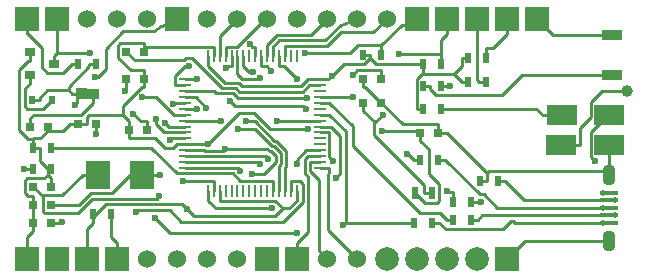
<source format=gbr>
G04 #@! TF.FileFunction,Copper,L1,Top,Signal*
%FSLAX46Y46*%
G04 Gerber Fmt 4.6, Leading zero omitted, Abs format (unit mm)*
G04 Created by KiCad (PCBNEW 4.0.6) date 07/20/17 20:23:09*
%MOMM*%
%LPD*%
G01*
G04 APERTURE LIST*
%ADD10C,0.100000*%
%ADD11R,2.000000X2.000000*%
%ADD12R,0.800000X0.750000*%
%ADD13R,0.600000X0.800000*%
%ADD14R,1.998980X1.998980*%
%ADD15R,2.000000X1.998980*%
%ADD16C,1.998980*%
%ADD17C,1.524000*%
%ADD18R,0.500000X0.900000*%
%ADD19R,1.000000X0.250000*%
%ADD20R,0.250000X1.000000*%
%ADD21R,0.900000X0.800000*%
%ADD22R,1.700000X0.900000*%
%ADD23R,2.500000X1.700000*%
%ADD24R,1.000000X0.900000*%
%ADD25C,1.000000*%
%ADD26R,2.000000X2.400000*%
%ADD27R,0.600000X1.100000*%
%ADD28R,1.500000X0.450000*%
%ADD29O,1.100000X1.800000*%
%ADD30C,0.500000*%
%ADD31C,0.600000*%
%ADD32C,0.250000*%
G04 APERTURE END LIST*
D10*
D11*
X194310000Y-73660000D03*
X151130000Y-93980000D03*
D12*
X184416000Y-83312000D03*
X185916000Y-83312000D03*
X179590000Y-80772000D03*
X181090000Y-80772000D03*
X151650000Y-89408000D03*
X153150000Y-89408000D03*
X151650000Y-87884000D03*
X153150000Y-87884000D03*
X159524000Y-78740000D03*
X161024000Y-78740000D03*
X159524000Y-76454000D03*
X161024000Y-76454000D03*
X155460000Y-82550000D03*
X156960000Y-82550000D03*
X179590000Y-78740000D03*
X181090000Y-78740000D03*
X159778000Y-83058000D03*
X161278000Y-83058000D03*
D13*
X151550000Y-80518000D03*
X153250000Y-80518000D03*
D11*
X158750000Y-93980000D03*
X191770000Y-93980000D03*
X163830000Y-73660000D03*
D14*
X156210000Y-93980000D03*
D15*
X153670000Y-93980000D03*
D11*
X189230000Y-73660000D03*
X191770000Y-73660000D03*
X184150000Y-73660000D03*
X186690000Y-73660000D03*
D16*
X189230000Y-93980000D03*
X186690000Y-93980000D03*
X184150000Y-93980000D03*
X181610000Y-93980000D03*
D17*
X176530000Y-93980000D03*
D11*
X173990000Y-93980000D03*
X171450000Y-93980000D03*
D18*
X158230000Y-90170000D03*
X156730000Y-90170000D03*
X184670000Y-81280000D03*
X186170000Y-81280000D03*
X151650000Y-86360000D03*
X153150000Y-86360000D03*
X190996000Y-87376000D03*
X189496000Y-87376000D03*
X184416000Y-85598000D03*
X185916000Y-85598000D03*
X187210000Y-90678000D03*
X188710000Y-90678000D03*
X151650000Y-84582000D03*
X153150000Y-84582000D03*
X184670000Y-79375000D03*
X186170000Y-79375000D03*
X188480000Y-78994000D03*
X189980000Y-78994000D03*
X188480000Y-76962000D03*
X189980000Y-76962000D03*
X179590000Y-76708000D03*
X181090000Y-76708000D03*
X184670000Y-77470000D03*
X186170000Y-77470000D03*
D19*
X164480000Y-78800000D03*
X164480000Y-79300000D03*
X164480000Y-79800000D03*
X164480000Y-80300000D03*
X164480000Y-80800000D03*
X164480000Y-81300000D03*
X164480000Y-81800000D03*
X164480000Y-82300000D03*
X164480000Y-82800000D03*
X164480000Y-83300000D03*
X164480000Y-83800000D03*
X164480000Y-84300000D03*
X164480000Y-84800000D03*
X164480000Y-85300000D03*
X164480000Y-85800000D03*
X164480000Y-86300000D03*
D20*
X166430000Y-88250000D03*
X166930000Y-88250000D03*
X167430000Y-88250000D03*
X167930000Y-88250000D03*
X168430000Y-88250000D03*
X168930000Y-88250000D03*
X169430000Y-88250000D03*
X169930000Y-88250000D03*
X170430000Y-88250000D03*
X170930000Y-88250000D03*
X171430000Y-88250000D03*
X171930000Y-88250000D03*
X172430000Y-88250000D03*
X172930000Y-88250000D03*
X173430000Y-88250000D03*
X173930000Y-88250000D03*
D19*
X175880000Y-86300000D03*
X175880000Y-85800000D03*
X175880000Y-85300000D03*
X175880000Y-84800000D03*
X175880000Y-84300000D03*
X175880000Y-83800000D03*
X175880000Y-83300000D03*
X175880000Y-82800000D03*
X175880000Y-82300000D03*
X175880000Y-81800000D03*
X175880000Y-81300000D03*
X175880000Y-80800000D03*
X175880000Y-80300000D03*
X175880000Y-79800000D03*
X175880000Y-79300000D03*
X175880000Y-78800000D03*
D20*
X173930000Y-76850000D03*
X173430000Y-76850000D03*
X172930000Y-76850000D03*
X172430000Y-76850000D03*
X171930000Y-76850000D03*
X171430000Y-76850000D03*
X170930000Y-76850000D03*
X170430000Y-76850000D03*
X169930000Y-76850000D03*
X169430000Y-76850000D03*
X168930000Y-76850000D03*
X168430000Y-76850000D03*
X167930000Y-76850000D03*
X167430000Y-76850000D03*
X166930000Y-76850000D03*
X166430000Y-76850000D03*
D21*
X151400000Y-76520000D03*
X151400000Y-78420000D03*
X153400000Y-77470000D03*
D17*
X163830000Y-93980000D03*
X176530000Y-73660000D03*
X161290000Y-93980000D03*
X179070000Y-73660000D03*
X168910000Y-93980000D03*
X181610000Y-73660000D03*
X166370000Y-93980000D03*
X173990000Y-73660000D03*
X168910000Y-73660000D03*
X179070000Y-93980000D03*
X161290000Y-73660000D03*
X166370000Y-73660000D03*
X171450000Y-73660000D03*
X156210000Y-73660000D03*
X158750000Y-73660000D03*
D22*
X200660000Y-78408000D03*
X200660000Y-75008000D03*
D23*
X200406000Y-84328000D03*
X200406000Y-81788000D03*
X196342000Y-84328000D03*
X196374000Y-81858000D03*
D10*
G36*
X155252000Y-80460000D02*
X155252000Y-79560000D01*
X156152000Y-79560000D01*
X156152000Y-80460000D01*
X155252000Y-80460000D01*
X155252000Y-80460000D01*
G37*
D24*
X156718000Y-80010000D03*
D12*
X153150000Y-90932000D03*
X151650000Y-90932000D03*
X151396000Y-82804000D03*
X152896000Y-82804000D03*
D25*
X201930000Y-79756000D03*
D18*
X188710000Y-89154000D03*
X187210000Y-89154000D03*
D26*
X157154000Y-86868000D03*
X160854000Y-86868000D03*
D27*
X183958000Y-88392000D03*
X185358000Y-88392000D03*
D11*
X153670000Y-73660000D03*
D18*
X183908000Y-90932000D03*
X185408000Y-90932000D03*
D28*
X200406000Y-89662000D03*
X200406000Y-89027000D03*
X200406000Y-90297000D03*
X200406000Y-88392000D03*
X200406000Y-90932000D03*
D29*
X200406000Y-92456000D03*
X200406000Y-86868000D03*
D30*
X200914000Y-90297000D03*
X200914000Y-89027000D03*
X199898000Y-88392000D03*
X199898000Y-89662000D03*
X199898000Y-90932000D03*
D14*
X151130000Y-73660000D03*
D18*
X155460000Y-77470000D03*
X156960000Y-77470000D03*
D31*
X181145500Y-83207700D03*
X174777600Y-80410400D03*
X164330400Y-87424700D03*
X166458100Y-84247500D03*
X174857500Y-82968400D03*
X166298200Y-81201300D03*
X181232900Y-81787500D03*
X162361000Y-86868000D03*
X163478600Y-80872600D03*
X162317200Y-88714800D03*
X165497600Y-81300000D03*
X160309600Y-90006500D03*
X159443900Y-79762600D03*
X156960000Y-83439700D03*
X170198200Y-86794900D03*
X178683500Y-78395000D03*
X167880500Y-84670100D03*
X156455700Y-76561200D03*
X160111100Y-81715900D03*
X177862300Y-91170300D03*
X173956300Y-91801500D03*
X161962000Y-90517900D03*
X164651500Y-89770300D03*
X176894500Y-78513400D03*
X155171400Y-80985600D03*
X177023800Y-85732400D03*
X177245200Y-87117400D03*
X150879300Y-86360000D03*
X167972000Y-77876700D03*
X167519100Y-82300000D03*
X164855000Y-77663000D03*
X173954800Y-78738900D03*
X162832400Y-82507900D03*
X162045300Y-82146200D03*
X163200700Y-83902500D03*
X170217000Y-78146600D03*
X170876200Y-78728200D03*
X168941700Y-83026000D03*
X174612400Y-76587600D03*
X169619300Y-82325900D03*
X182588400Y-76694700D03*
X171539400Y-85523000D03*
X170848200Y-85963800D03*
X169161300Y-86522100D03*
X171856400Y-89729200D03*
X172308300Y-82300000D03*
X173940500Y-85935600D03*
X169968700Y-75831200D03*
X168316500Y-80618200D03*
X174768100Y-81307600D03*
X186666800Y-88279900D03*
X178669500Y-80300000D03*
X183246100Y-85121100D03*
X171803500Y-78081400D03*
X186936900Y-79375000D03*
X156834900Y-78566100D03*
X154076400Y-90866200D03*
X165524900Y-78800000D03*
X199163100Y-85698000D03*
X189562800Y-89169600D03*
X160864000Y-80338000D03*
D32*
X184833400Y-89267400D02*
X183958000Y-88392000D01*
X185817600Y-89267400D02*
X184833400Y-89267400D01*
X185983400Y-89101600D02*
X185817600Y-89267400D01*
X185983400Y-87699300D02*
X185983400Y-89101600D01*
X185116300Y-86832200D02*
X185983400Y-87699300D01*
X185116300Y-84712600D02*
X185116300Y-86832200D01*
X184416000Y-84012300D02*
X185116300Y-84712600D01*
X184416000Y-83312000D02*
X184416000Y-83348700D01*
X184416000Y-83348700D02*
X184416000Y-84012300D01*
X184275000Y-83207700D02*
X181145500Y-83207700D01*
X184416000Y-83348700D02*
X184275000Y-83207700D01*
X166914700Y-79800000D02*
X164480000Y-79800000D01*
X167107600Y-79992900D02*
X166914700Y-79800000D01*
X168575600Y-79992900D02*
X167107600Y-79992900D01*
X168993100Y-80410400D02*
X168575600Y-79992900D01*
X174777600Y-80410400D02*
X168993100Y-80410400D01*
X200406000Y-92456000D02*
X193294000Y-92456000D01*
X193294000Y-92456000D02*
X191770000Y-93980000D01*
X200660000Y-75008000D02*
X195658000Y-75008000D01*
X195658000Y-75008000D02*
X194310000Y-73660000D01*
X166458100Y-84247500D02*
X169056800Y-81648800D01*
X169056800Y-81648800D02*
X170367200Y-81648800D01*
X170367200Y-81648800D02*
X171686800Y-82968400D01*
X171686800Y-82968400D02*
X174857500Y-82968400D01*
X199898000Y-88392000D02*
X200406000Y-88392000D01*
X152896000Y-82804000D02*
X152896000Y-83154100D01*
X155460000Y-82550000D02*
X154734700Y-82550000D01*
X155460000Y-82550000D02*
X156185300Y-82550000D01*
X153150000Y-86360000D02*
X152862400Y-86360000D01*
X153150000Y-87884000D02*
X153150000Y-87183700D01*
X152862400Y-86360000D02*
X152862400Y-86896100D01*
X152862400Y-86896100D02*
X153150000Y-87183700D01*
X166930000Y-88250000D02*
X166930000Y-87424700D01*
X159778000Y-83058000D02*
X159778000Y-82357700D01*
X151130000Y-92152300D02*
X151130000Y-93980000D01*
X151650000Y-91632300D02*
X151130000Y-92152300D01*
X151650000Y-90932000D02*
X151650000Y-91632300D01*
X151212300Y-88707700D02*
X151650000Y-88707700D01*
X150924700Y-88420100D02*
X151212300Y-88707700D01*
X150924700Y-87374200D02*
X150924700Y-88420100D01*
X151115300Y-87183600D02*
X150924700Y-87374200D01*
X152574900Y-87183600D02*
X151115300Y-87183600D01*
X152862400Y-86896100D02*
X152574900Y-87183600D01*
X151650000Y-89408000D02*
X151650000Y-90932000D01*
X154130600Y-83154100D02*
X152896000Y-83154100D01*
X154734700Y-82550000D02*
X154130600Y-83154100D01*
X152243400Y-83806700D02*
X151650000Y-83806700D01*
X152896000Y-83154100D02*
X152243400Y-83806700D01*
X151170000Y-83843800D02*
X151650000Y-83843800D01*
X150449400Y-83123200D02*
X151170000Y-83843800D01*
X150449400Y-78014600D02*
X150449400Y-83123200D01*
X151218700Y-77245300D02*
X150449400Y-78014600D01*
X151400000Y-77245300D02*
X151218700Y-77245300D01*
X151650000Y-83843800D02*
X151650000Y-83806700D01*
X151400000Y-76520000D02*
X151400000Y-77245300D01*
X151650000Y-84212900D02*
X151650000Y-83843800D01*
X151650000Y-84212900D02*
X151650000Y-84582000D01*
X152225300Y-85722900D02*
X152862400Y-86360000D01*
X152225300Y-84582000D02*
X152225300Y-85722900D01*
X151650000Y-84582000D02*
X152225300Y-84582000D01*
X151650000Y-89408000D02*
X151650000Y-88707700D01*
X156328700Y-81849600D02*
X159269900Y-81849600D01*
X156185300Y-81993000D02*
X156328700Y-81849600D01*
X156185300Y-82550000D02*
X156185300Y-81993000D01*
X159269900Y-81849600D02*
X159778000Y-82357700D01*
X161954800Y-83758300D02*
X159778000Y-83758300D01*
X162796300Y-84599800D02*
X161954800Y-83758300D01*
X163500600Y-84599800D02*
X162796300Y-84599800D01*
X163800400Y-84300000D02*
X163500600Y-84599800D01*
X164480000Y-84300000D02*
X163800400Y-84300000D01*
X159778000Y-83058000D02*
X159778000Y-83758300D01*
X166405600Y-84300000D02*
X164480000Y-84300000D01*
X166458100Y-84247500D02*
X166405600Y-84300000D01*
X166930000Y-87424700D02*
X164330400Y-87424700D01*
X159874600Y-78039700D02*
X161024000Y-78039700D01*
X158798700Y-76963800D02*
X159874600Y-78039700D01*
X158798700Y-75944200D02*
X158798700Y-76963800D01*
X158989200Y-75753700D02*
X158798700Y-75944200D01*
X161024000Y-75753700D02*
X158989200Y-75753700D01*
X161024000Y-78740000D02*
X161024000Y-78039700D01*
X161024000Y-76454000D02*
X161024000Y-76058400D01*
X161024000Y-76058400D02*
X161024000Y-75753700D01*
X161057700Y-76024700D02*
X166930000Y-76024700D01*
X161024000Y-76058400D02*
X161057700Y-76024700D01*
X166930000Y-76850000D02*
X166930000Y-76024700D01*
X181090000Y-80772000D02*
X181090000Y-80784500D01*
X179745800Y-79440300D02*
X179590000Y-79440300D01*
X181090000Y-80784500D02*
X179745800Y-79440300D01*
X179590000Y-78740000D02*
X179590000Y-79440300D01*
X185916000Y-83312000D02*
X185916000Y-82611700D01*
X181114300Y-80784500D02*
X181090000Y-80784500D01*
X182941500Y-82611700D02*
X181114300Y-80784500D01*
X185916000Y-82611700D02*
X182941500Y-82611700D01*
X189496000Y-87376000D02*
X190071300Y-87376000D01*
X185916000Y-83312000D02*
X186641300Y-83312000D01*
X186641300Y-83312000D02*
X190071300Y-86742000D01*
X190071300Y-86742000D02*
X190071300Y-87376000D01*
X190225400Y-86587900D02*
X190071300Y-86742000D01*
X200406000Y-86587900D02*
X190225400Y-86587900D01*
X200406000Y-86868000D02*
X200406000Y-86587900D01*
X200406000Y-86587900D02*
X200406000Y-84328000D01*
X159269900Y-81047800D02*
X159269900Y-81849600D01*
X160877400Y-79440300D02*
X159269900Y-81047800D01*
X161024000Y-79440300D02*
X160877400Y-79440300D01*
X161024000Y-78740000D02*
X161024000Y-79440300D01*
X185358000Y-88392000D02*
X184732700Y-88392000D01*
X165396900Y-80300000D02*
X166298200Y-81201300D01*
X164480000Y-80300000D02*
X165396900Y-80300000D01*
X179590000Y-80772000D02*
X179590000Y-81472300D01*
X180569100Y-82451300D02*
X179590000Y-81472300D01*
X181232900Y-81787500D02*
X180569100Y-82451300D01*
X184732700Y-87766700D02*
X184732700Y-88392000D01*
X180507900Y-83541900D02*
X184732700Y-87766700D01*
X180507900Y-82512500D02*
X180507900Y-83541900D01*
X180569100Y-82451300D02*
X180507900Y-82512500D01*
X160191400Y-86868000D02*
X159860100Y-86868000D01*
X158334700Y-88393400D02*
X159860100Y-86868000D01*
X156485700Y-88393400D02*
X158334700Y-88393400D01*
X155471100Y-89408000D02*
X156485700Y-88393400D01*
X153150000Y-89408000D02*
X155471100Y-89408000D01*
X160191400Y-86868000D02*
X160854000Y-86868000D01*
X164480000Y-80800000D02*
X163654700Y-80800000D01*
X160854000Y-86868000D02*
X162179300Y-86868000D01*
X163582100Y-80872600D02*
X163478600Y-80872600D01*
X163654700Y-80800000D02*
X163582100Y-80872600D01*
X162179300Y-86868000D02*
X162361000Y-86868000D01*
X157154000Y-86868000D02*
X155828700Y-86868000D01*
X154112300Y-88584400D02*
X152424600Y-88584400D01*
X155828700Y-86868000D02*
X154112300Y-88584400D01*
X152350400Y-88584400D02*
X151650000Y-87884000D01*
X152424600Y-88584400D02*
X152350400Y-88584400D01*
X164480000Y-81300000D02*
X165305300Y-81300000D01*
X165305300Y-81300000D02*
X165497600Y-81300000D01*
X162109200Y-88922800D02*
X162317200Y-88714800D01*
X156593200Y-88922800D02*
X162109200Y-88922800D01*
X155397900Y-90118100D02*
X156593200Y-88922800D01*
X152579800Y-90118100D02*
X155397900Y-90118100D01*
X152424600Y-89962900D02*
X152579800Y-90118100D01*
X152424600Y-88584400D02*
X152424600Y-89962900D01*
X159524000Y-79682500D02*
X159524000Y-78740000D01*
X159443900Y-79762600D02*
X159524000Y-79682500D01*
X160447300Y-89868800D02*
X160309600Y-90006500D01*
X163188700Y-89868800D02*
X160447300Y-89868800D01*
X164170300Y-90850400D02*
X163188700Y-89868800D01*
X172821300Y-90850400D02*
X164170300Y-90850400D01*
X174450900Y-89220800D02*
X172821300Y-90850400D01*
X174450900Y-87624000D02*
X174450900Y-89220800D01*
X174251600Y-87424700D02*
X174450900Y-87624000D01*
X173430000Y-87424700D02*
X174251600Y-87424700D01*
X173430000Y-88250000D02*
X173430000Y-87424700D01*
X160230900Y-77160900D02*
X159524000Y-76454000D01*
X164380500Y-77160900D02*
X160230900Y-77160900D01*
X164534100Y-77007300D02*
X164380500Y-77160900D01*
X165097100Y-77007300D02*
X164534100Y-77007300D01*
X167632400Y-79542600D02*
X165097100Y-77007300D01*
X168762200Y-79542600D02*
X167632400Y-79542600D01*
X169061100Y-79841500D02*
X168762200Y-79542600D01*
X174462200Y-79841500D02*
X169061100Y-79841500D01*
X175003700Y-79300000D02*
X174462200Y-79841500D01*
X175880000Y-79300000D02*
X175003700Y-79300000D01*
X156960000Y-82550000D02*
X156960000Y-83250300D01*
X158230000Y-90170000D02*
X158230000Y-90945300D01*
X181090000Y-78740000D02*
X181090000Y-78039700D01*
X158750000Y-93980000D02*
X158750000Y-92654700D01*
X158230000Y-92134700D02*
X158750000Y-92654700D01*
X158230000Y-90945300D02*
X158230000Y-92134700D01*
X179038800Y-78039700D02*
X178683500Y-78395000D01*
X181090000Y-78039700D02*
X179038800Y-78039700D01*
X156960000Y-83250300D02*
X156960000Y-83439700D01*
X167677800Y-84872800D02*
X167880500Y-84670100D01*
X166199100Y-84872800D02*
X167677800Y-84872800D01*
X166126300Y-84800000D02*
X166199100Y-84872800D01*
X164480000Y-84800000D02*
X166126300Y-84800000D01*
X171429600Y-84670100D02*
X167880500Y-84670100D01*
X171657200Y-84897700D02*
X171429600Y-84670100D01*
X171798500Y-84897700D02*
X171657200Y-84897700D01*
X172164700Y-85263900D02*
X171798500Y-84897700D01*
X172164700Y-85782100D02*
X172164700Y-85263900D01*
X171151900Y-86794900D02*
X172164700Y-85782100D01*
X170198200Y-86794900D02*
X171151900Y-86794900D01*
X153670000Y-73660000D02*
X153670000Y-74985300D01*
X153400000Y-77470000D02*
X153400000Y-77107300D01*
X161278000Y-83058000D02*
X161278000Y-82357700D01*
X153670000Y-74985300D02*
X153670000Y-76561200D01*
X153400000Y-76831200D02*
X153670000Y-76561200D01*
X153400000Y-77107300D02*
X153400000Y-76831200D01*
X153670000Y-76561200D02*
X156455700Y-76561200D01*
X183908000Y-90932000D02*
X183620400Y-90932000D01*
X160752900Y-82357700D02*
X161278000Y-82357700D01*
X160111100Y-81715900D02*
X160752900Y-82357700D01*
X175880000Y-81800000D02*
X176705300Y-81800000D01*
X178100600Y-83195300D02*
X176705300Y-81800000D01*
X178100600Y-90932000D02*
X178100600Y-83195300D01*
X183620400Y-90932000D02*
X178100600Y-90932000D01*
X178100600Y-90932000D02*
X177862300Y-91170300D01*
X163245600Y-91801500D02*
X173956300Y-91801500D01*
X161962000Y-90517900D02*
X163245600Y-91801500D01*
X151550000Y-80518000D02*
X152175300Y-80518000D01*
X154926700Y-80010000D02*
X154658700Y-79742000D01*
X152175300Y-80361700D02*
X152175300Y-80518000D01*
X152795000Y-79742000D02*
X152175300Y-80361700D01*
X154658700Y-79742000D02*
X152795000Y-79742000D01*
X179590000Y-76708000D02*
X180165300Y-76708000D01*
X156730000Y-90170000D02*
X156730000Y-90557600D01*
X156730000Y-90557600D02*
X156730000Y-90945300D01*
X156210000Y-91465300D02*
X156730000Y-90945300D01*
X156210000Y-93980000D02*
X156210000Y-91465300D01*
X156960000Y-77470000D02*
X156384700Y-77470000D01*
X180165300Y-76998900D02*
X180165300Y-76708000D01*
X154658700Y-79435600D02*
X154658700Y-79742000D01*
X156384700Y-77709600D02*
X154658700Y-79435600D01*
X156384700Y-77470000D02*
X156384700Y-77709600D01*
X184046400Y-77518300D02*
X184094700Y-77470000D01*
X180684700Y-77518300D02*
X184046400Y-77518300D01*
X180165300Y-76998900D02*
X180684700Y-77518300D01*
X164254400Y-89373200D02*
X164651500Y-89770300D01*
X157838400Y-89373200D02*
X164254400Y-89373200D01*
X156730000Y-90481600D02*
X157838400Y-89373200D01*
X156730000Y-90557600D02*
X156730000Y-90481600D01*
X167430000Y-88250000D02*
X167430000Y-89075300D01*
X173930000Y-88250000D02*
X173930000Y-89075300D01*
X166430000Y-76850000D02*
X166430000Y-77675300D01*
X175880000Y-78800000D02*
X176705300Y-78800000D01*
X177924600Y-77483300D02*
X176894500Y-78513400D01*
X179680900Y-77483300D02*
X177924600Y-77483300D01*
X180165300Y-76998900D02*
X179680900Y-77483300D01*
X176705300Y-78702600D02*
X176705300Y-78800000D01*
X176894500Y-78513400D02*
X176705300Y-78702600D01*
X184670000Y-77470000D02*
X184382400Y-77470000D01*
X184382400Y-77470000D02*
X184094700Y-77470000D01*
X184670000Y-81280000D02*
X184094700Y-81280000D01*
X167847000Y-79092300D02*
X166430000Y-77675300D01*
X169031100Y-79092300D02*
X167847000Y-79092300D01*
X169330000Y-79391200D02*
X169031100Y-79092300D01*
X174275600Y-79391200D02*
X169330000Y-79391200D01*
X174866800Y-78800000D02*
X174275600Y-79391200D01*
X175880000Y-78800000D02*
X174866800Y-78800000D01*
X184626200Y-77713800D02*
X184626200Y-78245200D01*
X184382400Y-77470000D02*
X184626200Y-77713800D01*
X184094700Y-78776700D02*
X184094700Y-81280000D01*
X184626200Y-78245200D02*
X184094700Y-78776700D01*
X188480000Y-78994000D02*
X187904700Y-78994000D01*
X184712900Y-78331900D02*
X187285000Y-78331900D01*
X184626200Y-78245200D02*
X184712900Y-78331900D01*
X187904700Y-77712200D02*
X187285000Y-78331900D01*
X187904700Y-76962000D02*
X187904700Y-77712200D01*
X187285000Y-78374300D02*
X187904700Y-78994000D01*
X187285000Y-78331900D02*
X187285000Y-78374300D01*
X188480000Y-76962000D02*
X187904700Y-76962000D01*
X155702000Y-80010000D02*
X155314400Y-80010000D01*
X155314400Y-80010000D02*
X154926700Y-80010000D01*
X155314400Y-80842600D02*
X155171400Y-80985600D01*
X155314400Y-80010000D02*
X155314400Y-80842600D01*
X165241000Y-90359800D02*
X164651500Y-89770300D01*
X172134500Y-90359800D02*
X165241000Y-90359800D01*
X172782600Y-89711700D02*
X172134500Y-90359800D01*
X172146200Y-89075300D02*
X172782600Y-89711700D01*
X167430000Y-89075300D02*
X172146200Y-89075300D01*
X173293600Y-89711700D02*
X173930000Y-89075300D01*
X172782600Y-89711700D02*
X173293600Y-89711700D01*
X152488000Y-81280000D02*
X153250000Y-80518000D01*
X151107000Y-81280000D02*
X152488000Y-81280000D01*
X150924600Y-81097600D02*
X151107000Y-81280000D01*
X150924600Y-79620700D02*
X150924600Y-81097600D01*
X151400000Y-79145300D02*
X150924600Y-79620700D01*
X151400000Y-78420000D02*
X151400000Y-79145300D01*
X200406000Y-89662000D02*
X199898000Y-89662000D01*
X185916000Y-85598000D02*
X186491300Y-85598000D01*
X189437600Y-88544300D02*
X186491300Y-85598000D01*
X189821900Y-88544300D02*
X189437600Y-88544300D01*
X190939600Y-89662000D02*
X189821900Y-88544300D01*
X199898000Y-89662000D02*
X190939600Y-89662000D01*
X200914000Y-89027000D02*
X200406000Y-89027000D01*
X193222300Y-89027000D02*
X191571300Y-87376000D01*
X200406000Y-89027000D02*
X193222300Y-89027000D01*
X190996000Y-87376000D02*
X191571300Y-87376000D01*
X200914000Y-90297000D02*
X200406000Y-90297000D01*
X189666300Y-90297000D02*
X189285300Y-90678000D01*
X200406000Y-90297000D02*
X189666300Y-90297000D01*
X188710000Y-90678000D02*
X189285300Y-90678000D01*
X200406000Y-90932000D02*
X199898000Y-90932000D01*
X185408000Y-90932000D02*
X185983300Y-90932000D01*
X186542100Y-91490800D02*
X185983300Y-90932000D01*
X191422000Y-91490800D02*
X186542100Y-91490800D01*
X192098700Y-90814100D02*
X191422000Y-91490800D01*
X192295100Y-90814100D02*
X192098700Y-90814100D01*
X192413000Y-90932000D02*
X192295100Y-90814100D01*
X199898000Y-90932000D02*
X192413000Y-90932000D01*
X175148800Y-75041200D02*
X176530000Y-73660000D01*
X172245000Y-75041200D02*
X175148800Y-75041200D01*
X171430000Y-75856200D02*
X172245000Y-75041200D01*
X171430000Y-76850000D02*
X171430000Y-75856200D01*
X175880000Y-83300000D02*
X176705300Y-83300000D01*
X176705300Y-85413900D02*
X177023800Y-85732400D01*
X176705300Y-83300000D02*
X176705300Y-85413900D01*
X177649200Y-86713400D02*
X177245200Y-87117400D01*
X177649200Y-83600100D02*
X177649200Y-86713400D01*
X176849100Y-82800000D02*
X177649200Y-83600100D01*
X175880000Y-82800000D02*
X176849100Y-82800000D01*
X172930000Y-76850000D02*
X172930000Y-76024700D01*
X172992400Y-75962300D02*
X172930000Y-76024700D01*
X176539700Y-75962300D02*
X172992400Y-75962300D01*
X177665900Y-74836100D02*
X176539700Y-75962300D01*
X180433900Y-74836100D02*
X177665900Y-74836100D01*
X181610000Y-73660000D02*
X180433900Y-74836100D01*
X167930000Y-76850000D02*
X167930000Y-76024700D01*
X168890900Y-76024700D02*
X167930000Y-76024700D01*
X171255600Y-73660000D02*
X168890900Y-76024700D01*
X171450000Y-73660000D02*
X171255600Y-73660000D01*
X167430000Y-75140000D02*
X168910000Y-73660000D01*
X167430000Y-76850000D02*
X167430000Y-75140000D01*
X175880000Y-86300000D02*
X176705300Y-86300000D01*
X176619900Y-91529900D02*
X179070000Y-93980000D01*
X176619900Y-86858400D02*
X176619900Y-91529900D01*
X176705300Y-86773000D02*
X176619900Y-86858400D01*
X176705300Y-86300000D02*
X176705300Y-86773000D01*
X151650000Y-86360000D02*
X151074700Y-86360000D01*
X151074700Y-86360000D02*
X150879300Y-86360000D01*
X168430000Y-76850000D02*
X168430000Y-77675300D01*
X168173400Y-77675300D02*
X167972000Y-77876700D01*
X168430000Y-77675300D02*
X168173400Y-77675300D01*
X171930000Y-88250000D02*
X171930000Y-87424700D01*
X169179600Y-87424700D02*
X171930000Y-87424700D01*
X168528600Y-86773700D02*
X169179600Y-87424700D01*
X163813400Y-86773700D02*
X168528600Y-86773700D01*
X161621700Y-84582000D02*
X163813400Y-86773700D01*
X153150000Y-84582000D02*
X161621700Y-84582000D01*
X164480000Y-82300000D02*
X167519100Y-82300000D01*
X164515300Y-77663000D02*
X164855000Y-77663000D01*
X163654700Y-78523600D02*
X164515300Y-77663000D01*
X163654700Y-79300000D02*
X163654700Y-78523600D01*
X164480000Y-79300000D02*
X163654700Y-79300000D01*
X171930000Y-76850000D02*
X171930000Y-76024700D01*
X177673000Y-74168000D02*
X179070000Y-73660000D01*
X176373400Y-75491600D02*
X177673000Y-74168000D01*
X172463100Y-75491600D02*
X176373400Y-75491600D01*
X171930000Y-76024700D02*
X172463100Y-75491600D01*
X172430000Y-76850000D02*
X172430000Y-77675300D01*
X172891200Y-77675300D02*
X173954800Y-78738900D01*
X172430000Y-77675300D02*
X172891200Y-77675300D01*
X164480000Y-82800000D02*
X163654700Y-82800000D01*
X163124500Y-82800000D02*
X162832400Y-82507900D01*
X163654700Y-82800000D02*
X163124500Y-82800000D01*
X164480000Y-83300000D02*
X163654700Y-83300000D01*
X163631900Y-83277200D02*
X163654700Y-83300000D01*
X162717400Y-83277200D02*
X163631900Y-83277200D01*
X162045300Y-82605100D02*
X162717400Y-83277200D01*
X162045300Y-82146200D02*
X162045300Y-82605100D01*
X163303200Y-83800000D02*
X163200700Y-83902500D01*
X164480000Y-83800000D02*
X163303200Y-83800000D01*
X189980000Y-78994000D02*
X189404700Y-78994000D01*
X189230000Y-73660000D02*
X189230000Y-74985300D01*
X189230000Y-78819300D02*
X189404700Y-78994000D01*
X189230000Y-74985300D02*
X189230000Y-78819300D01*
X169430000Y-76850000D02*
X169430000Y-77675300D01*
X169901300Y-78146600D02*
X170217000Y-78146600D01*
X169430000Y-77675300D02*
X169901300Y-78146600D01*
X190568600Y-76186700D02*
X191770000Y-74985300D01*
X189980000Y-76186700D02*
X190568600Y-76186700D01*
X191770000Y-73660000D02*
X191770000Y-74985300D01*
X189980000Y-76962000D02*
X189980000Y-76186700D01*
X168930000Y-78354400D02*
X168930000Y-76850000D01*
X168930100Y-78354400D02*
X168930000Y-78354400D01*
X169347700Y-78772000D02*
X168930100Y-78354400D01*
X170832400Y-78772000D02*
X169347700Y-78772000D01*
X170876200Y-78728200D02*
X170832400Y-78772000D01*
X170422400Y-83026000D02*
X168941700Y-83026000D01*
X171843800Y-84447400D02*
X170422400Y-83026000D01*
X171985100Y-84447400D02*
X171843800Y-84447400D01*
X172615000Y-85077300D02*
X171985100Y-84447400D01*
X172615000Y-85968700D02*
X172615000Y-85077300D01*
X172430000Y-86153700D02*
X172615000Y-85968700D01*
X172430000Y-88250000D02*
X172430000Y-86153700D01*
X184150000Y-73660000D02*
X183007000Y-74168000D01*
X181090000Y-76708000D02*
X181090000Y-75932700D01*
X179101400Y-75932700D02*
X181090000Y-75932700D01*
X178446500Y-76587600D02*
X179101400Y-75932700D01*
X174612400Y-76587600D02*
X178446500Y-76587600D01*
X182824700Y-74198000D02*
X181090000Y-75932700D01*
X183007000Y-74168000D02*
X182824700Y-74198000D01*
X186690000Y-73660000D02*
X186690000Y-74985300D01*
X186170000Y-77470000D02*
X186170000Y-76694700D01*
X186170000Y-75505300D02*
X186170000Y-76694700D01*
X186690000Y-74985300D02*
X186170000Y-75505300D01*
X170381500Y-82325900D02*
X169619300Y-82325900D01*
X172052700Y-83997100D02*
X170381500Y-82325900D01*
X172171700Y-83997100D02*
X172052700Y-83997100D01*
X173065300Y-84890700D02*
X172171700Y-83997100D01*
X173065300Y-86155300D02*
X173065300Y-84890700D01*
X172930000Y-86290600D02*
X173065300Y-86155300D01*
X172930000Y-88250000D02*
X172930000Y-86290600D01*
X186170000Y-76694700D02*
X182588400Y-76694700D01*
X164480000Y-85300000D02*
X165305300Y-85300000D01*
X171339500Y-85323100D02*
X171539400Y-85523000D01*
X165328400Y-85323100D02*
X171339500Y-85323100D01*
X165305300Y-85300000D02*
X165328400Y-85323100D01*
X170684400Y-85800000D02*
X170848200Y-85963800D01*
X164480000Y-85800000D02*
X170684400Y-85800000D01*
X168939200Y-86300000D02*
X169161300Y-86522100D01*
X164480000Y-86300000D02*
X168939200Y-86300000D01*
X166430000Y-88250000D02*
X166430000Y-89075300D01*
X167083900Y-89729200D02*
X166430000Y-89075300D01*
X171856400Y-89729200D02*
X167083900Y-89729200D01*
X175880000Y-82300000D02*
X172308300Y-82300000D01*
X175880000Y-85800000D02*
X175054700Y-85800000D01*
X175054700Y-86585600D02*
X175054700Y-85800000D01*
X175809500Y-87340400D02*
X175054700Y-86585600D01*
X175809500Y-93259500D02*
X175809500Y-87340400D01*
X176530000Y-93980000D02*
X175809500Y-93259500D01*
X173990000Y-93980000D02*
X173990000Y-92654700D01*
X174883700Y-85300000D02*
X175880000Y-85300000D01*
X174604400Y-85579300D02*
X174883700Y-85300000D01*
X174604400Y-86772200D02*
X174604400Y-85579300D01*
X174901300Y-87069100D02*
X174604400Y-86772200D01*
X174901300Y-91743400D02*
X174901300Y-87069100D01*
X173990000Y-92654700D02*
X174901300Y-91743400D01*
X173940500Y-85594000D02*
X173940500Y-85935600D01*
X174734500Y-84800000D02*
X173940500Y-85594000D01*
X175880000Y-84800000D02*
X174734500Y-84800000D01*
X170162200Y-76024700D02*
X169968700Y-75831200D01*
X170430000Y-76024700D02*
X170162200Y-76024700D01*
X187210000Y-89154000D02*
X187210000Y-88378700D01*
X186765600Y-88378700D02*
X186666800Y-88279900D01*
X187210000Y-88378700D02*
X186765600Y-88378700D01*
X174484100Y-81023600D02*
X174768100Y-81307600D01*
X168721900Y-81023600D02*
X174484100Y-81023600D01*
X168316500Y-80618200D02*
X168721900Y-81023600D01*
X170430000Y-76850000D02*
X170430000Y-76024700D01*
X201930000Y-79756000D02*
X201041000Y-79756000D01*
X196342000Y-84328000D02*
X197917300Y-84328000D01*
X197917300Y-82902300D02*
X197917300Y-84328000D01*
X198830600Y-81989000D02*
X197917300Y-82902300D01*
X198830600Y-80727700D02*
X198830600Y-81989000D01*
X199802300Y-79756000D02*
X198830600Y-80727700D01*
X201422000Y-79756000D02*
X201041000Y-79756000D01*
X201041000Y-79756000D02*
X199802300Y-79756000D01*
X186170000Y-81280000D02*
X186745300Y-81280000D01*
X194220700Y-81280000D02*
X186745300Y-81280000D01*
X194798700Y-81858000D02*
X194220700Y-81280000D01*
X196374000Y-81858000D02*
X194798700Y-81858000D01*
X183363800Y-85121100D02*
X183840700Y-85598000D01*
X183246100Y-85121100D02*
X183363800Y-85121100D01*
X184416000Y-85598000D02*
X183840700Y-85598000D01*
X175880000Y-80300000D02*
X178669500Y-80300000D01*
X187210000Y-90678000D02*
X186634700Y-90678000D01*
X175880000Y-80800000D02*
X176705300Y-80800000D01*
X178672100Y-82766800D02*
X176705300Y-80800000D01*
X178672100Y-84424500D02*
X178672100Y-82766800D01*
X184350300Y-90102700D02*
X178672100Y-84424500D01*
X186059400Y-90102700D02*
X184350300Y-90102700D01*
X186634700Y-90678000D02*
X186059400Y-90102700D01*
X185245300Y-79662600D02*
X185245300Y-79375000D01*
X185733100Y-80150400D02*
X185245300Y-79662600D01*
X191298500Y-80150400D02*
X185733100Y-80150400D01*
X193040900Y-78408000D02*
X191298500Y-80150400D01*
X200660000Y-78408000D02*
X193040900Y-78408000D01*
X184670000Y-79375000D02*
X185245300Y-79375000D01*
X186170000Y-79375000D02*
X186745300Y-79375000D01*
X186745300Y-79375000D02*
X186936900Y-79375000D01*
X170930000Y-76850000D02*
X170930000Y-77675300D01*
X171397400Y-77675300D02*
X171803500Y-78081400D01*
X170930000Y-77675300D02*
X171397400Y-77675300D01*
X162814000Y-74168000D02*
X162433000Y-74295000D01*
X162433000Y-74295000D02*
X161825200Y-74747400D01*
X161825200Y-74747400D02*
X159275700Y-74747400D01*
X159275700Y-74747400D02*
X157756800Y-76266300D01*
X157756800Y-76266300D02*
X157756800Y-77905700D01*
X157756800Y-77905700D02*
X157096400Y-78566100D01*
X157096400Y-78566100D02*
X156834900Y-78566100D01*
X163830000Y-73660000D02*
X162814000Y-74168000D01*
X153875300Y-90932000D02*
X153941100Y-90866200D01*
X153941100Y-90866200D02*
X154076400Y-90866200D01*
X153150000Y-90932000D02*
X153875300Y-90932000D01*
X165524900Y-78800000D02*
X164480000Y-78800000D01*
X189300900Y-89169600D02*
X189285300Y-89154000D01*
X189562800Y-89169600D02*
X189300900Y-89169600D01*
X188710000Y-89154000D02*
X189285300Y-89154000D01*
X198830600Y-85365500D02*
X199163100Y-85698000D01*
X198830600Y-83271100D02*
X198830600Y-85365500D01*
X200313700Y-81788000D02*
X198830600Y-83271100D01*
X200406000Y-81788000D02*
X200313700Y-81788000D01*
X156718000Y-80010000D02*
X156718000Y-80785300D01*
X151396000Y-82804000D02*
X151396000Y-82103700D01*
X155662900Y-81840400D02*
X156718000Y-80785300D01*
X151659300Y-81840400D02*
X155662900Y-81840400D01*
X151396000Y-82103700D02*
X151659300Y-81840400D01*
X151206000Y-74984800D02*
X151130000Y-74984800D01*
X152344600Y-76123400D02*
X151206000Y-74984800D01*
X152344600Y-77777400D02*
X152344600Y-76123400D01*
X152805800Y-78238600D02*
X152344600Y-77777400D01*
X154116100Y-78238600D02*
X152805800Y-78238600D01*
X154884700Y-77470000D02*
X154116100Y-78238600D01*
X155460000Y-77470000D02*
X154884700Y-77470000D01*
X151130000Y-73660000D02*
X151130000Y-74984800D01*
X162058400Y-80338000D02*
X160864000Y-80338000D01*
X163520400Y-81800000D02*
X162058400Y-80338000D01*
X164480000Y-81800000D02*
X163520400Y-81800000D01*
M02*

</source>
